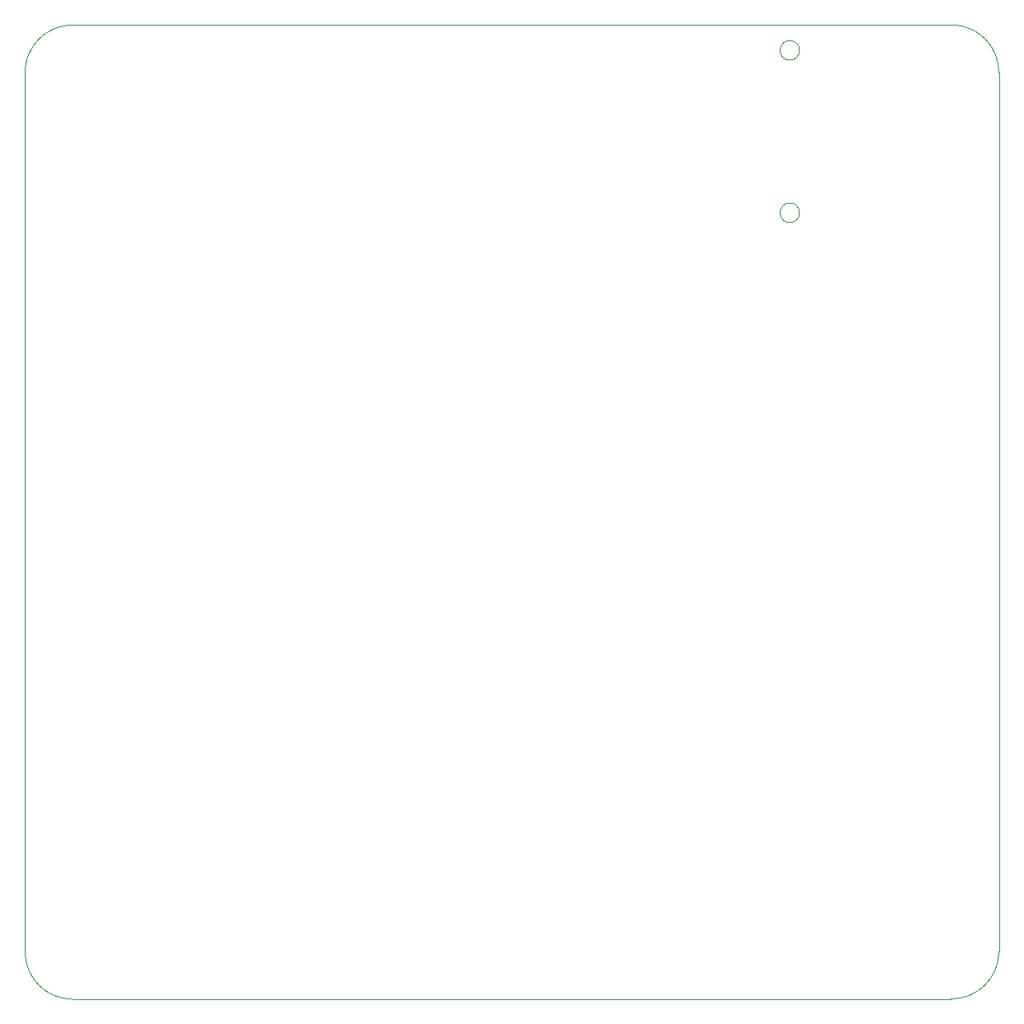
<source format=gbr>
%TF.GenerationSoftware,KiCad,Pcbnew,(6.0.5)*%
%TF.CreationDate,2022-06-30T10:31:43+03:00*%
%TF.ProjectId,test_project_01,74657374-5f70-4726-9f6a-6563745f3031,rev?*%
%TF.SameCoordinates,Original*%
%TF.FileFunction,Other,User*%
%FSLAX46Y46*%
G04 Gerber Fmt 4.6, Leading zero omitted, Abs format (unit mm)*
G04 Created by KiCad (PCBNEW (6.0.5)) date 2022-06-30 10:31:43*
%MOMM*%
%LPD*%
G01*
G04 APERTURE LIST*
%ADD10C,0.100000*%
%TA.AperFunction,Profile*%
%ADD11C,0.100000*%
%TD*%
%TA.AperFunction,Profile*%
%ADD12C,0.120000*%
%TD*%
G04 APERTURE END LIST*
D10*
X54944997Y-50017243D02*
G75*
G03*
X50016884Y-54944848I-254J-4927859D01*
G01*
X50038000Y-145054603D02*
X50016884Y-54944848D01*
X50038001Y-145054603D02*
G75*
G03*
X54894048Y-149982716I4857913J-69700D01*
G01*
X145034000Y-149961600D02*
X54894048Y-149982716D01*
X145034000Y-149961600D02*
G75*
G03*
X149961600Y-145105552I69443J4857661D01*
G01*
X149961600Y-145105552D02*
X149961600Y-54944997D01*
X54944997Y-50017243D02*
X145105552Y-50016884D01*
X149961599Y-54944997D02*
G75*
G03*
X145105552Y-50016884I-4856300J71290D01*
G01*
D11*
X54944997Y-50017243D02*
X145105552Y-50016884D01*
X50038000Y-145054603D02*
X50016884Y-54944848D01*
X145034000Y-149961600D02*
X54894048Y-149982716D01*
X149961600Y-145105552D02*
X149961600Y-54944997D01*
X145034000Y-149961600D02*
G75*
G03*
X149961600Y-145105552I70785J4856299D01*
G01*
X50037998Y-145054603D02*
G75*
G03*
X54894048Y-149982716I4856297J-71293D01*
G01*
X54944997Y-50017243D02*
G75*
G03*
X50016884Y-54944848I-254J-4927859D01*
G01*
X149961599Y-54944997D02*
G75*
G03*
X145105552Y-50016884I-4856299J71291D01*
G01*
D12*
%TO.C,J4*%
X129501800Y-69291200D02*
G75*
G03*
X129501800Y-69291200I-1000000J0D01*
G01*
X129501800Y-52639200D02*
G75*
G03*
X129501800Y-52639200I-1000000J0D01*
G01*
%TD*%
M02*

</source>
